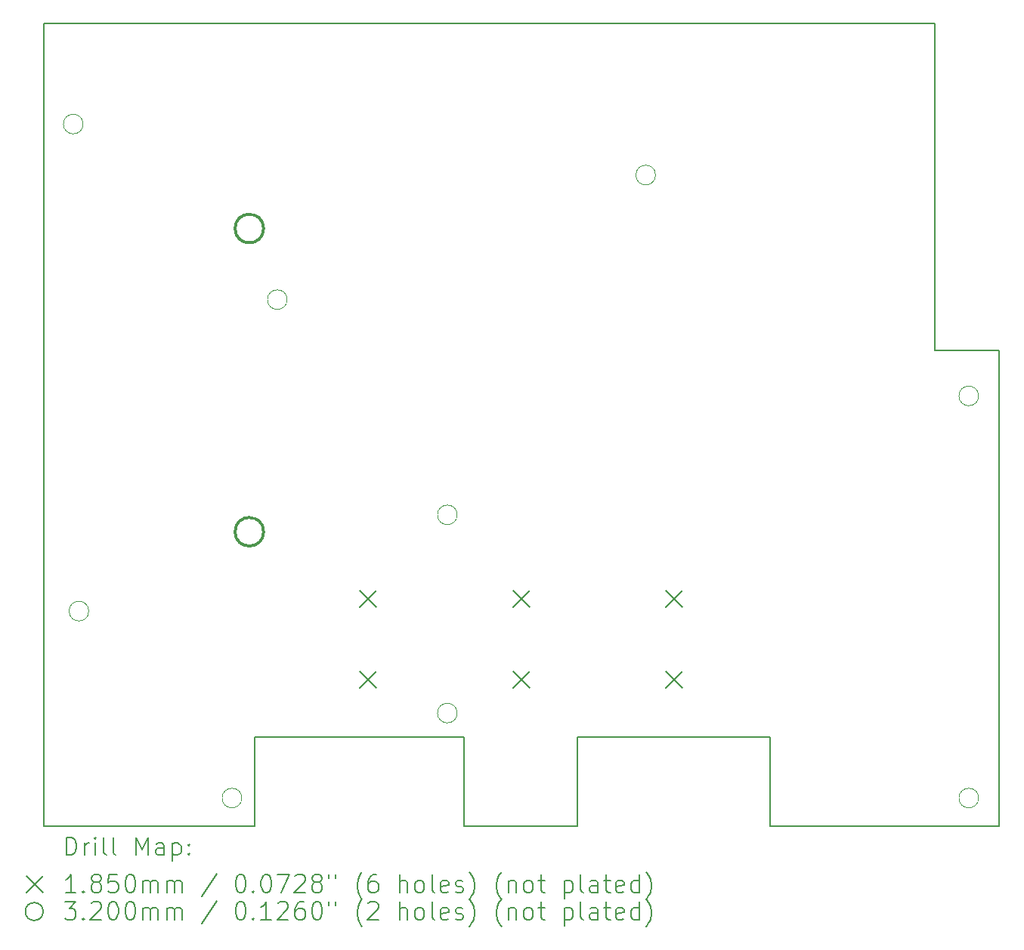
<source format=gbr>
%TF.GenerationSoftware,KiCad,Pcbnew,7.0.9*%
%TF.CreationDate,2023-12-25T18:18:00+01:00*%
%TF.ProjectId,wall-mounted-room-temperature-sensor-wifi,77616c6c-2d6d-46f7-956e-7465642d726f,v1.0*%
%TF.SameCoordinates,Original*%
%TF.FileFunction,Drillmap*%
%TF.FilePolarity,Positive*%
%FSLAX45Y45*%
G04 Gerber Fmt 4.5, Leading zero omitted, Abs format (unit mm)*
G04 Created by KiCad (PCBNEW 7.0.9) date 2023-12-25 18:18:00*
%MOMM*%
%LPD*%
G01*
G04 APERTURE LIST*
%ADD10C,0.200000*%
%ADD11C,0.050000*%
%ADD12C,0.185000*%
%ADD13C,0.320000*%
G04 APERTURE END LIST*
D10*
X6159500Y-14872000D02*
X8509000Y-14872000D01*
X3800000Y-6872000D02*
X3800000Y-15875000D01*
X3800000Y-6872000D02*
X13779500Y-6872000D01*
X9779000Y-15875000D02*
X8509000Y-15875000D01*
X9779000Y-15875000D02*
X9779000Y-14872000D01*
X9779000Y-14872000D02*
X11938000Y-14872000D01*
X14500000Y-15875000D02*
X14500000Y-14872000D01*
X14500000Y-15875000D02*
X11938000Y-15875000D01*
X11938000Y-15875000D02*
X11938000Y-14872000D01*
X6159500Y-15875000D02*
X6159500Y-14872000D01*
D11*
X6015500Y-15557500D02*
G75*
G03*
X6015500Y-15557500I-110000J0D01*
G01*
X8428500Y-12382500D02*
G75*
G03*
X8428500Y-12382500I-110000J0D01*
G01*
X4301000Y-13462000D02*
G75*
G03*
X4301000Y-13462000I-110000J0D01*
G01*
X6523500Y-9969500D02*
G75*
G03*
X6523500Y-9969500I-110000J0D01*
G01*
X10651000Y-8572500D02*
G75*
G03*
X10651000Y-8572500I-110000J0D01*
G01*
X4237500Y-8001000D02*
G75*
G03*
X4237500Y-8001000I-110000J0D01*
G01*
X14270500Y-15557500D02*
G75*
G03*
X14270500Y-15557500I-110000J0D01*
G01*
X14270500Y-11049000D02*
G75*
G03*
X14270500Y-11049000I-110000J0D01*
G01*
X8428500Y-14605000D02*
G75*
G03*
X8428500Y-14605000I-110000J0D01*
G01*
D10*
X3800000Y-15875000D02*
X6159500Y-15875000D01*
X13779500Y-10541000D02*
X13779500Y-6872000D01*
X8509000Y-15875000D02*
X8509000Y-14872000D01*
X14500000Y-10541000D02*
X13779500Y-10541000D01*
X14500000Y-10541000D02*
X14500000Y-14872000D01*
D12*
X7337000Y-13234500D02*
X7522000Y-13419500D01*
X7522000Y-13234500D02*
X7337000Y-13419500D01*
X7337000Y-14139500D02*
X7522000Y-14324500D01*
X7522000Y-14139500D02*
X7337000Y-14324500D01*
X9057500Y-13234500D02*
X9242500Y-13419500D01*
X9242500Y-13234500D02*
X9057500Y-13419500D01*
X9057500Y-14139500D02*
X9242500Y-14324500D01*
X9242500Y-14139500D02*
X9057500Y-14324500D01*
X10766000Y-13234500D02*
X10951000Y-13419500D01*
X10951000Y-13234500D02*
X10766000Y-13419500D01*
X10766000Y-14139500D02*
X10951000Y-14324500D01*
X10951000Y-14139500D02*
X10766000Y-14324500D01*
D13*
X6260000Y-9172000D02*
G75*
G03*
X6260000Y-9172000I-160000J0D01*
G01*
X6260000Y-12572000D02*
G75*
G03*
X6260000Y-12572000I-160000J0D01*
G01*
D10*
X4050777Y-16196484D02*
X4050777Y-15996484D01*
X4050777Y-15996484D02*
X4098396Y-15996484D01*
X4098396Y-15996484D02*
X4126967Y-16006008D01*
X4126967Y-16006008D02*
X4146015Y-16025055D01*
X4146015Y-16025055D02*
X4155539Y-16044103D01*
X4155539Y-16044103D02*
X4165062Y-16082198D01*
X4165062Y-16082198D02*
X4165062Y-16110769D01*
X4165062Y-16110769D02*
X4155539Y-16148865D01*
X4155539Y-16148865D02*
X4146015Y-16167912D01*
X4146015Y-16167912D02*
X4126967Y-16186960D01*
X4126967Y-16186960D02*
X4098396Y-16196484D01*
X4098396Y-16196484D02*
X4050777Y-16196484D01*
X4250777Y-16196484D02*
X4250777Y-16063150D01*
X4250777Y-16101246D02*
X4260301Y-16082198D01*
X4260301Y-16082198D02*
X4269824Y-16072674D01*
X4269824Y-16072674D02*
X4288872Y-16063150D01*
X4288872Y-16063150D02*
X4307920Y-16063150D01*
X4374586Y-16196484D02*
X4374586Y-16063150D01*
X4374586Y-15996484D02*
X4365063Y-16006008D01*
X4365063Y-16006008D02*
X4374586Y-16015531D01*
X4374586Y-16015531D02*
X4384110Y-16006008D01*
X4384110Y-16006008D02*
X4374586Y-15996484D01*
X4374586Y-15996484D02*
X4374586Y-16015531D01*
X4498396Y-16196484D02*
X4479348Y-16186960D01*
X4479348Y-16186960D02*
X4469824Y-16167912D01*
X4469824Y-16167912D02*
X4469824Y-15996484D01*
X4603158Y-16196484D02*
X4584110Y-16186960D01*
X4584110Y-16186960D02*
X4574586Y-16167912D01*
X4574586Y-16167912D02*
X4574586Y-15996484D01*
X4831729Y-16196484D02*
X4831729Y-15996484D01*
X4831729Y-15996484D02*
X4898396Y-16139341D01*
X4898396Y-16139341D02*
X4965063Y-15996484D01*
X4965063Y-15996484D02*
X4965063Y-16196484D01*
X5146015Y-16196484D02*
X5146015Y-16091722D01*
X5146015Y-16091722D02*
X5136491Y-16072674D01*
X5136491Y-16072674D02*
X5117444Y-16063150D01*
X5117444Y-16063150D02*
X5079348Y-16063150D01*
X5079348Y-16063150D02*
X5060301Y-16072674D01*
X5146015Y-16186960D02*
X5126967Y-16196484D01*
X5126967Y-16196484D02*
X5079348Y-16196484D01*
X5079348Y-16196484D02*
X5060301Y-16186960D01*
X5060301Y-16186960D02*
X5050777Y-16167912D01*
X5050777Y-16167912D02*
X5050777Y-16148865D01*
X5050777Y-16148865D02*
X5060301Y-16129817D01*
X5060301Y-16129817D02*
X5079348Y-16120293D01*
X5079348Y-16120293D02*
X5126967Y-16120293D01*
X5126967Y-16120293D02*
X5146015Y-16110769D01*
X5241253Y-16063150D02*
X5241253Y-16263150D01*
X5241253Y-16072674D02*
X5260301Y-16063150D01*
X5260301Y-16063150D02*
X5298396Y-16063150D01*
X5298396Y-16063150D02*
X5317444Y-16072674D01*
X5317444Y-16072674D02*
X5326967Y-16082198D01*
X5326967Y-16082198D02*
X5336491Y-16101246D01*
X5336491Y-16101246D02*
X5336491Y-16158388D01*
X5336491Y-16158388D02*
X5326967Y-16177436D01*
X5326967Y-16177436D02*
X5317444Y-16186960D01*
X5317444Y-16186960D02*
X5298396Y-16196484D01*
X5298396Y-16196484D02*
X5260301Y-16196484D01*
X5260301Y-16196484D02*
X5241253Y-16186960D01*
X5422205Y-16177436D02*
X5431729Y-16186960D01*
X5431729Y-16186960D02*
X5422205Y-16196484D01*
X5422205Y-16196484D02*
X5412682Y-16186960D01*
X5412682Y-16186960D02*
X5422205Y-16177436D01*
X5422205Y-16177436D02*
X5422205Y-16196484D01*
X5422205Y-16072674D02*
X5431729Y-16082198D01*
X5431729Y-16082198D02*
X5422205Y-16091722D01*
X5422205Y-16091722D02*
X5412682Y-16082198D01*
X5412682Y-16082198D02*
X5422205Y-16072674D01*
X5422205Y-16072674D02*
X5422205Y-16091722D01*
D12*
X3605000Y-16432500D02*
X3790000Y-16617500D01*
X3790000Y-16432500D02*
X3605000Y-16617500D01*
D10*
X4155539Y-16616484D02*
X4041253Y-16616484D01*
X4098396Y-16616484D02*
X4098396Y-16416484D01*
X4098396Y-16416484D02*
X4079348Y-16445055D01*
X4079348Y-16445055D02*
X4060301Y-16464103D01*
X4060301Y-16464103D02*
X4041253Y-16473627D01*
X4241253Y-16597436D02*
X4250777Y-16606960D01*
X4250777Y-16606960D02*
X4241253Y-16616484D01*
X4241253Y-16616484D02*
X4231729Y-16606960D01*
X4231729Y-16606960D02*
X4241253Y-16597436D01*
X4241253Y-16597436D02*
X4241253Y-16616484D01*
X4365063Y-16502198D02*
X4346015Y-16492674D01*
X4346015Y-16492674D02*
X4336491Y-16483150D01*
X4336491Y-16483150D02*
X4326967Y-16464103D01*
X4326967Y-16464103D02*
X4326967Y-16454579D01*
X4326967Y-16454579D02*
X4336491Y-16435531D01*
X4336491Y-16435531D02*
X4346015Y-16426008D01*
X4346015Y-16426008D02*
X4365063Y-16416484D01*
X4365063Y-16416484D02*
X4403158Y-16416484D01*
X4403158Y-16416484D02*
X4422205Y-16426008D01*
X4422205Y-16426008D02*
X4431729Y-16435531D01*
X4431729Y-16435531D02*
X4441253Y-16454579D01*
X4441253Y-16454579D02*
X4441253Y-16464103D01*
X4441253Y-16464103D02*
X4431729Y-16483150D01*
X4431729Y-16483150D02*
X4422205Y-16492674D01*
X4422205Y-16492674D02*
X4403158Y-16502198D01*
X4403158Y-16502198D02*
X4365063Y-16502198D01*
X4365063Y-16502198D02*
X4346015Y-16511722D01*
X4346015Y-16511722D02*
X4336491Y-16521246D01*
X4336491Y-16521246D02*
X4326967Y-16540293D01*
X4326967Y-16540293D02*
X4326967Y-16578388D01*
X4326967Y-16578388D02*
X4336491Y-16597436D01*
X4336491Y-16597436D02*
X4346015Y-16606960D01*
X4346015Y-16606960D02*
X4365063Y-16616484D01*
X4365063Y-16616484D02*
X4403158Y-16616484D01*
X4403158Y-16616484D02*
X4422205Y-16606960D01*
X4422205Y-16606960D02*
X4431729Y-16597436D01*
X4431729Y-16597436D02*
X4441253Y-16578388D01*
X4441253Y-16578388D02*
X4441253Y-16540293D01*
X4441253Y-16540293D02*
X4431729Y-16521246D01*
X4431729Y-16521246D02*
X4422205Y-16511722D01*
X4422205Y-16511722D02*
X4403158Y-16502198D01*
X4622205Y-16416484D02*
X4526967Y-16416484D01*
X4526967Y-16416484D02*
X4517444Y-16511722D01*
X4517444Y-16511722D02*
X4526967Y-16502198D01*
X4526967Y-16502198D02*
X4546015Y-16492674D01*
X4546015Y-16492674D02*
X4593634Y-16492674D01*
X4593634Y-16492674D02*
X4612682Y-16502198D01*
X4612682Y-16502198D02*
X4622205Y-16511722D01*
X4622205Y-16511722D02*
X4631729Y-16530769D01*
X4631729Y-16530769D02*
X4631729Y-16578388D01*
X4631729Y-16578388D02*
X4622205Y-16597436D01*
X4622205Y-16597436D02*
X4612682Y-16606960D01*
X4612682Y-16606960D02*
X4593634Y-16616484D01*
X4593634Y-16616484D02*
X4546015Y-16616484D01*
X4546015Y-16616484D02*
X4526967Y-16606960D01*
X4526967Y-16606960D02*
X4517444Y-16597436D01*
X4755539Y-16416484D02*
X4774586Y-16416484D01*
X4774586Y-16416484D02*
X4793634Y-16426008D01*
X4793634Y-16426008D02*
X4803158Y-16435531D01*
X4803158Y-16435531D02*
X4812682Y-16454579D01*
X4812682Y-16454579D02*
X4822205Y-16492674D01*
X4822205Y-16492674D02*
X4822205Y-16540293D01*
X4822205Y-16540293D02*
X4812682Y-16578388D01*
X4812682Y-16578388D02*
X4803158Y-16597436D01*
X4803158Y-16597436D02*
X4793634Y-16606960D01*
X4793634Y-16606960D02*
X4774586Y-16616484D01*
X4774586Y-16616484D02*
X4755539Y-16616484D01*
X4755539Y-16616484D02*
X4736491Y-16606960D01*
X4736491Y-16606960D02*
X4726967Y-16597436D01*
X4726967Y-16597436D02*
X4717444Y-16578388D01*
X4717444Y-16578388D02*
X4707920Y-16540293D01*
X4707920Y-16540293D02*
X4707920Y-16492674D01*
X4707920Y-16492674D02*
X4717444Y-16454579D01*
X4717444Y-16454579D02*
X4726967Y-16435531D01*
X4726967Y-16435531D02*
X4736491Y-16426008D01*
X4736491Y-16426008D02*
X4755539Y-16416484D01*
X4907920Y-16616484D02*
X4907920Y-16483150D01*
X4907920Y-16502198D02*
X4917444Y-16492674D01*
X4917444Y-16492674D02*
X4936491Y-16483150D01*
X4936491Y-16483150D02*
X4965063Y-16483150D01*
X4965063Y-16483150D02*
X4984110Y-16492674D01*
X4984110Y-16492674D02*
X4993634Y-16511722D01*
X4993634Y-16511722D02*
X4993634Y-16616484D01*
X4993634Y-16511722D02*
X5003158Y-16492674D01*
X5003158Y-16492674D02*
X5022205Y-16483150D01*
X5022205Y-16483150D02*
X5050777Y-16483150D01*
X5050777Y-16483150D02*
X5069825Y-16492674D01*
X5069825Y-16492674D02*
X5079348Y-16511722D01*
X5079348Y-16511722D02*
X5079348Y-16616484D01*
X5174586Y-16616484D02*
X5174586Y-16483150D01*
X5174586Y-16502198D02*
X5184110Y-16492674D01*
X5184110Y-16492674D02*
X5203158Y-16483150D01*
X5203158Y-16483150D02*
X5231729Y-16483150D01*
X5231729Y-16483150D02*
X5250777Y-16492674D01*
X5250777Y-16492674D02*
X5260301Y-16511722D01*
X5260301Y-16511722D02*
X5260301Y-16616484D01*
X5260301Y-16511722D02*
X5269825Y-16492674D01*
X5269825Y-16492674D02*
X5288872Y-16483150D01*
X5288872Y-16483150D02*
X5317444Y-16483150D01*
X5317444Y-16483150D02*
X5336491Y-16492674D01*
X5336491Y-16492674D02*
X5346015Y-16511722D01*
X5346015Y-16511722D02*
X5346015Y-16616484D01*
X5736491Y-16406960D02*
X5565063Y-16664103D01*
X5993634Y-16416484D02*
X6012682Y-16416484D01*
X6012682Y-16416484D02*
X6031729Y-16426008D01*
X6031729Y-16426008D02*
X6041253Y-16435531D01*
X6041253Y-16435531D02*
X6050777Y-16454579D01*
X6050777Y-16454579D02*
X6060301Y-16492674D01*
X6060301Y-16492674D02*
X6060301Y-16540293D01*
X6060301Y-16540293D02*
X6050777Y-16578388D01*
X6050777Y-16578388D02*
X6041253Y-16597436D01*
X6041253Y-16597436D02*
X6031729Y-16606960D01*
X6031729Y-16606960D02*
X6012682Y-16616484D01*
X6012682Y-16616484D02*
X5993634Y-16616484D01*
X5993634Y-16616484D02*
X5974586Y-16606960D01*
X5974586Y-16606960D02*
X5965063Y-16597436D01*
X5965063Y-16597436D02*
X5955539Y-16578388D01*
X5955539Y-16578388D02*
X5946015Y-16540293D01*
X5946015Y-16540293D02*
X5946015Y-16492674D01*
X5946015Y-16492674D02*
X5955539Y-16454579D01*
X5955539Y-16454579D02*
X5965063Y-16435531D01*
X5965063Y-16435531D02*
X5974586Y-16426008D01*
X5974586Y-16426008D02*
X5993634Y-16416484D01*
X6146015Y-16597436D02*
X6155539Y-16606960D01*
X6155539Y-16606960D02*
X6146015Y-16616484D01*
X6146015Y-16616484D02*
X6136491Y-16606960D01*
X6136491Y-16606960D02*
X6146015Y-16597436D01*
X6146015Y-16597436D02*
X6146015Y-16616484D01*
X6279348Y-16416484D02*
X6298396Y-16416484D01*
X6298396Y-16416484D02*
X6317444Y-16426008D01*
X6317444Y-16426008D02*
X6326967Y-16435531D01*
X6326967Y-16435531D02*
X6336491Y-16454579D01*
X6336491Y-16454579D02*
X6346015Y-16492674D01*
X6346015Y-16492674D02*
X6346015Y-16540293D01*
X6346015Y-16540293D02*
X6336491Y-16578388D01*
X6336491Y-16578388D02*
X6326967Y-16597436D01*
X6326967Y-16597436D02*
X6317444Y-16606960D01*
X6317444Y-16606960D02*
X6298396Y-16616484D01*
X6298396Y-16616484D02*
X6279348Y-16616484D01*
X6279348Y-16616484D02*
X6260301Y-16606960D01*
X6260301Y-16606960D02*
X6250777Y-16597436D01*
X6250777Y-16597436D02*
X6241253Y-16578388D01*
X6241253Y-16578388D02*
X6231729Y-16540293D01*
X6231729Y-16540293D02*
X6231729Y-16492674D01*
X6231729Y-16492674D02*
X6241253Y-16454579D01*
X6241253Y-16454579D02*
X6250777Y-16435531D01*
X6250777Y-16435531D02*
X6260301Y-16426008D01*
X6260301Y-16426008D02*
X6279348Y-16416484D01*
X6412682Y-16416484D02*
X6546015Y-16416484D01*
X6546015Y-16416484D02*
X6460301Y-16616484D01*
X6612682Y-16435531D02*
X6622206Y-16426008D01*
X6622206Y-16426008D02*
X6641253Y-16416484D01*
X6641253Y-16416484D02*
X6688872Y-16416484D01*
X6688872Y-16416484D02*
X6707920Y-16426008D01*
X6707920Y-16426008D02*
X6717444Y-16435531D01*
X6717444Y-16435531D02*
X6726967Y-16454579D01*
X6726967Y-16454579D02*
X6726967Y-16473627D01*
X6726967Y-16473627D02*
X6717444Y-16502198D01*
X6717444Y-16502198D02*
X6603158Y-16616484D01*
X6603158Y-16616484D02*
X6726967Y-16616484D01*
X6841253Y-16502198D02*
X6822206Y-16492674D01*
X6822206Y-16492674D02*
X6812682Y-16483150D01*
X6812682Y-16483150D02*
X6803158Y-16464103D01*
X6803158Y-16464103D02*
X6803158Y-16454579D01*
X6803158Y-16454579D02*
X6812682Y-16435531D01*
X6812682Y-16435531D02*
X6822206Y-16426008D01*
X6822206Y-16426008D02*
X6841253Y-16416484D01*
X6841253Y-16416484D02*
X6879348Y-16416484D01*
X6879348Y-16416484D02*
X6898396Y-16426008D01*
X6898396Y-16426008D02*
X6907920Y-16435531D01*
X6907920Y-16435531D02*
X6917444Y-16454579D01*
X6917444Y-16454579D02*
X6917444Y-16464103D01*
X6917444Y-16464103D02*
X6907920Y-16483150D01*
X6907920Y-16483150D02*
X6898396Y-16492674D01*
X6898396Y-16492674D02*
X6879348Y-16502198D01*
X6879348Y-16502198D02*
X6841253Y-16502198D01*
X6841253Y-16502198D02*
X6822206Y-16511722D01*
X6822206Y-16511722D02*
X6812682Y-16521246D01*
X6812682Y-16521246D02*
X6803158Y-16540293D01*
X6803158Y-16540293D02*
X6803158Y-16578388D01*
X6803158Y-16578388D02*
X6812682Y-16597436D01*
X6812682Y-16597436D02*
X6822206Y-16606960D01*
X6822206Y-16606960D02*
X6841253Y-16616484D01*
X6841253Y-16616484D02*
X6879348Y-16616484D01*
X6879348Y-16616484D02*
X6898396Y-16606960D01*
X6898396Y-16606960D02*
X6907920Y-16597436D01*
X6907920Y-16597436D02*
X6917444Y-16578388D01*
X6917444Y-16578388D02*
X6917444Y-16540293D01*
X6917444Y-16540293D02*
X6907920Y-16521246D01*
X6907920Y-16521246D02*
X6898396Y-16511722D01*
X6898396Y-16511722D02*
X6879348Y-16502198D01*
X6993634Y-16416484D02*
X6993634Y-16454579D01*
X7069825Y-16416484D02*
X7069825Y-16454579D01*
X7365063Y-16692674D02*
X7355539Y-16683150D01*
X7355539Y-16683150D02*
X7336491Y-16654579D01*
X7336491Y-16654579D02*
X7326968Y-16635531D01*
X7326968Y-16635531D02*
X7317444Y-16606960D01*
X7317444Y-16606960D02*
X7307920Y-16559341D01*
X7307920Y-16559341D02*
X7307920Y-16521246D01*
X7307920Y-16521246D02*
X7317444Y-16473627D01*
X7317444Y-16473627D02*
X7326968Y-16445055D01*
X7326968Y-16445055D02*
X7336491Y-16426008D01*
X7336491Y-16426008D02*
X7355539Y-16397436D01*
X7355539Y-16397436D02*
X7365063Y-16387912D01*
X7526968Y-16416484D02*
X7488872Y-16416484D01*
X7488872Y-16416484D02*
X7469825Y-16426008D01*
X7469825Y-16426008D02*
X7460301Y-16435531D01*
X7460301Y-16435531D02*
X7441253Y-16464103D01*
X7441253Y-16464103D02*
X7431729Y-16502198D01*
X7431729Y-16502198D02*
X7431729Y-16578388D01*
X7431729Y-16578388D02*
X7441253Y-16597436D01*
X7441253Y-16597436D02*
X7450777Y-16606960D01*
X7450777Y-16606960D02*
X7469825Y-16616484D01*
X7469825Y-16616484D02*
X7507920Y-16616484D01*
X7507920Y-16616484D02*
X7526968Y-16606960D01*
X7526968Y-16606960D02*
X7536491Y-16597436D01*
X7536491Y-16597436D02*
X7546015Y-16578388D01*
X7546015Y-16578388D02*
X7546015Y-16530769D01*
X7546015Y-16530769D02*
X7536491Y-16511722D01*
X7536491Y-16511722D02*
X7526968Y-16502198D01*
X7526968Y-16502198D02*
X7507920Y-16492674D01*
X7507920Y-16492674D02*
X7469825Y-16492674D01*
X7469825Y-16492674D02*
X7450777Y-16502198D01*
X7450777Y-16502198D02*
X7441253Y-16511722D01*
X7441253Y-16511722D02*
X7431729Y-16530769D01*
X7784110Y-16616484D02*
X7784110Y-16416484D01*
X7869825Y-16616484D02*
X7869825Y-16511722D01*
X7869825Y-16511722D02*
X7860301Y-16492674D01*
X7860301Y-16492674D02*
X7841253Y-16483150D01*
X7841253Y-16483150D02*
X7812682Y-16483150D01*
X7812682Y-16483150D02*
X7793634Y-16492674D01*
X7793634Y-16492674D02*
X7784110Y-16502198D01*
X7993634Y-16616484D02*
X7974587Y-16606960D01*
X7974587Y-16606960D02*
X7965063Y-16597436D01*
X7965063Y-16597436D02*
X7955539Y-16578388D01*
X7955539Y-16578388D02*
X7955539Y-16521246D01*
X7955539Y-16521246D02*
X7965063Y-16502198D01*
X7965063Y-16502198D02*
X7974587Y-16492674D01*
X7974587Y-16492674D02*
X7993634Y-16483150D01*
X7993634Y-16483150D02*
X8022206Y-16483150D01*
X8022206Y-16483150D02*
X8041253Y-16492674D01*
X8041253Y-16492674D02*
X8050777Y-16502198D01*
X8050777Y-16502198D02*
X8060301Y-16521246D01*
X8060301Y-16521246D02*
X8060301Y-16578388D01*
X8060301Y-16578388D02*
X8050777Y-16597436D01*
X8050777Y-16597436D02*
X8041253Y-16606960D01*
X8041253Y-16606960D02*
X8022206Y-16616484D01*
X8022206Y-16616484D02*
X7993634Y-16616484D01*
X8174587Y-16616484D02*
X8155539Y-16606960D01*
X8155539Y-16606960D02*
X8146015Y-16587912D01*
X8146015Y-16587912D02*
X8146015Y-16416484D01*
X8326968Y-16606960D02*
X8307920Y-16616484D01*
X8307920Y-16616484D02*
X8269825Y-16616484D01*
X8269825Y-16616484D02*
X8250777Y-16606960D01*
X8250777Y-16606960D02*
X8241253Y-16587912D01*
X8241253Y-16587912D02*
X8241253Y-16511722D01*
X8241253Y-16511722D02*
X8250777Y-16492674D01*
X8250777Y-16492674D02*
X8269825Y-16483150D01*
X8269825Y-16483150D02*
X8307920Y-16483150D01*
X8307920Y-16483150D02*
X8326968Y-16492674D01*
X8326968Y-16492674D02*
X8336491Y-16511722D01*
X8336491Y-16511722D02*
X8336491Y-16530769D01*
X8336491Y-16530769D02*
X8241253Y-16549817D01*
X8412682Y-16606960D02*
X8431730Y-16616484D01*
X8431730Y-16616484D02*
X8469825Y-16616484D01*
X8469825Y-16616484D02*
X8488873Y-16606960D01*
X8488873Y-16606960D02*
X8498396Y-16587912D01*
X8498396Y-16587912D02*
X8498396Y-16578388D01*
X8498396Y-16578388D02*
X8488873Y-16559341D01*
X8488873Y-16559341D02*
X8469825Y-16549817D01*
X8469825Y-16549817D02*
X8441253Y-16549817D01*
X8441253Y-16549817D02*
X8422206Y-16540293D01*
X8422206Y-16540293D02*
X8412682Y-16521246D01*
X8412682Y-16521246D02*
X8412682Y-16511722D01*
X8412682Y-16511722D02*
X8422206Y-16492674D01*
X8422206Y-16492674D02*
X8441253Y-16483150D01*
X8441253Y-16483150D02*
X8469825Y-16483150D01*
X8469825Y-16483150D02*
X8488873Y-16492674D01*
X8565063Y-16692674D02*
X8574587Y-16683150D01*
X8574587Y-16683150D02*
X8593634Y-16654579D01*
X8593634Y-16654579D02*
X8603158Y-16635531D01*
X8603158Y-16635531D02*
X8612682Y-16606960D01*
X8612682Y-16606960D02*
X8622206Y-16559341D01*
X8622206Y-16559341D02*
X8622206Y-16521246D01*
X8622206Y-16521246D02*
X8612682Y-16473627D01*
X8612682Y-16473627D02*
X8603158Y-16445055D01*
X8603158Y-16445055D02*
X8593634Y-16426008D01*
X8593634Y-16426008D02*
X8574587Y-16397436D01*
X8574587Y-16397436D02*
X8565063Y-16387912D01*
X8926968Y-16692674D02*
X8917444Y-16683150D01*
X8917444Y-16683150D02*
X8898396Y-16654579D01*
X8898396Y-16654579D02*
X8888873Y-16635531D01*
X8888873Y-16635531D02*
X8879349Y-16606960D01*
X8879349Y-16606960D02*
X8869825Y-16559341D01*
X8869825Y-16559341D02*
X8869825Y-16521246D01*
X8869825Y-16521246D02*
X8879349Y-16473627D01*
X8879349Y-16473627D02*
X8888873Y-16445055D01*
X8888873Y-16445055D02*
X8898396Y-16426008D01*
X8898396Y-16426008D02*
X8917444Y-16397436D01*
X8917444Y-16397436D02*
X8926968Y-16387912D01*
X9003158Y-16483150D02*
X9003158Y-16616484D01*
X9003158Y-16502198D02*
X9012682Y-16492674D01*
X9012682Y-16492674D02*
X9031730Y-16483150D01*
X9031730Y-16483150D02*
X9060301Y-16483150D01*
X9060301Y-16483150D02*
X9079349Y-16492674D01*
X9079349Y-16492674D02*
X9088873Y-16511722D01*
X9088873Y-16511722D02*
X9088873Y-16616484D01*
X9212682Y-16616484D02*
X9193634Y-16606960D01*
X9193634Y-16606960D02*
X9184111Y-16597436D01*
X9184111Y-16597436D02*
X9174587Y-16578388D01*
X9174587Y-16578388D02*
X9174587Y-16521246D01*
X9174587Y-16521246D02*
X9184111Y-16502198D01*
X9184111Y-16502198D02*
X9193634Y-16492674D01*
X9193634Y-16492674D02*
X9212682Y-16483150D01*
X9212682Y-16483150D02*
X9241254Y-16483150D01*
X9241254Y-16483150D02*
X9260301Y-16492674D01*
X9260301Y-16492674D02*
X9269825Y-16502198D01*
X9269825Y-16502198D02*
X9279349Y-16521246D01*
X9279349Y-16521246D02*
X9279349Y-16578388D01*
X9279349Y-16578388D02*
X9269825Y-16597436D01*
X9269825Y-16597436D02*
X9260301Y-16606960D01*
X9260301Y-16606960D02*
X9241254Y-16616484D01*
X9241254Y-16616484D02*
X9212682Y-16616484D01*
X9336492Y-16483150D02*
X9412682Y-16483150D01*
X9365063Y-16416484D02*
X9365063Y-16587912D01*
X9365063Y-16587912D02*
X9374587Y-16606960D01*
X9374587Y-16606960D02*
X9393634Y-16616484D01*
X9393634Y-16616484D02*
X9412682Y-16616484D01*
X9631730Y-16483150D02*
X9631730Y-16683150D01*
X9631730Y-16492674D02*
X9650777Y-16483150D01*
X9650777Y-16483150D02*
X9688873Y-16483150D01*
X9688873Y-16483150D02*
X9707920Y-16492674D01*
X9707920Y-16492674D02*
X9717444Y-16502198D01*
X9717444Y-16502198D02*
X9726968Y-16521246D01*
X9726968Y-16521246D02*
X9726968Y-16578388D01*
X9726968Y-16578388D02*
X9717444Y-16597436D01*
X9717444Y-16597436D02*
X9707920Y-16606960D01*
X9707920Y-16606960D02*
X9688873Y-16616484D01*
X9688873Y-16616484D02*
X9650777Y-16616484D01*
X9650777Y-16616484D02*
X9631730Y-16606960D01*
X9841254Y-16616484D02*
X9822206Y-16606960D01*
X9822206Y-16606960D02*
X9812682Y-16587912D01*
X9812682Y-16587912D02*
X9812682Y-16416484D01*
X10003158Y-16616484D02*
X10003158Y-16511722D01*
X10003158Y-16511722D02*
X9993635Y-16492674D01*
X9993635Y-16492674D02*
X9974587Y-16483150D01*
X9974587Y-16483150D02*
X9936492Y-16483150D01*
X9936492Y-16483150D02*
X9917444Y-16492674D01*
X10003158Y-16606960D02*
X9984111Y-16616484D01*
X9984111Y-16616484D02*
X9936492Y-16616484D01*
X9936492Y-16616484D02*
X9917444Y-16606960D01*
X9917444Y-16606960D02*
X9907920Y-16587912D01*
X9907920Y-16587912D02*
X9907920Y-16568865D01*
X9907920Y-16568865D02*
X9917444Y-16549817D01*
X9917444Y-16549817D02*
X9936492Y-16540293D01*
X9936492Y-16540293D02*
X9984111Y-16540293D01*
X9984111Y-16540293D02*
X10003158Y-16530769D01*
X10069825Y-16483150D02*
X10146015Y-16483150D01*
X10098396Y-16416484D02*
X10098396Y-16587912D01*
X10098396Y-16587912D02*
X10107920Y-16606960D01*
X10107920Y-16606960D02*
X10126968Y-16616484D01*
X10126968Y-16616484D02*
X10146015Y-16616484D01*
X10288873Y-16606960D02*
X10269825Y-16616484D01*
X10269825Y-16616484D02*
X10231730Y-16616484D01*
X10231730Y-16616484D02*
X10212682Y-16606960D01*
X10212682Y-16606960D02*
X10203158Y-16587912D01*
X10203158Y-16587912D02*
X10203158Y-16511722D01*
X10203158Y-16511722D02*
X10212682Y-16492674D01*
X10212682Y-16492674D02*
X10231730Y-16483150D01*
X10231730Y-16483150D02*
X10269825Y-16483150D01*
X10269825Y-16483150D02*
X10288873Y-16492674D01*
X10288873Y-16492674D02*
X10298396Y-16511722D01*
X10298396Y-16511722D02*
X10298396Y-16530769D01*
X10298396Y-16530769D02*
X10203158Y-16549817D01*
X10469825Y-16616484D02*
X10469825Y-16416484D01*
X10469825Y-16606960D02*
X10450777Y-16616484D01*
X10450777Y-16616484D02*
X10412682Y-16616484D01*
X10412682Y-16616484D02*
X10393635Y-16606960D01*
X10393635Y-16606960D02*
X10384111Y-16597436D01*
X10384111Y-16597436D02*
X10374587Y-16578388D01*
X10374587Y-16578388D02*
X10374587Y-16521246D01*
X10374587Y-16521246D02*
X10384111Y-16502198D01*
X10384111Y-16502198D02*
X10393635Y-16492674D01*
X10393635Y-16492674D02*
X10412682Y-16483150D01*
X10412682Y-16483150D02*
X10450777Y-16483150D01*
X10450777Y-16483150D02*
X10469825Y-16492674D01*
X10546016Y-16692674D02*
X10555539Y-16683150D01*
X10555539Y-16683150D02*
X10574587Y-16654579D01*
X10574587Y-16654579D02*
X10584111Y-16635531D01*
X10584111Y-16635531D02*
X10593635Y-16606960D01*
X10593635Y-16606960D02*
X10603158Y-16559341D01*
X10603158Y-16559341D02*
X10603158Y-16521246D01*
X10603158Y-16521246D02*
X10593635Y-16473627D01*
X10593635Y-16473627D02*
X10584111Y-16445055D01*
X10584111Y-16445055D02*
X10574587Y-16426008D01*
X10574587Y-16426008D02*
X10555539Y-16397436D01*
X10555539Y-16397436D02*
X10546016Y-16387912D01*
X3790000Y-16830000D02*
G75*
G03*
X3790000Y-16830000I-100000J0D01*
G01*
X4031729Y-16721484D02*
X4155539Y-16721484D01*
X4155539Y-16721484D02*
X4088872Y-16797674D01*
X4088872Y-16797674D02*
X4117443Y-16797674D01*
X4117443Y-16797674D02*
X4136491Y-16807198D01*
X4136491Y-16807198D02*
X4146015Y-16816722D01*
X4146015Y-16816722D02*
X4155539Y-16835770D01*
X4155539Y-16835770D02*
X4155539Y-16883389D01*
X4155539Y-16883389D02*
X4146015Y-16902436D01*
X4146015Y-16902436D02*
X4136491Y-16911960D01*
X4136491Y-16911960D02*
X4117443Y-16921484D01*
X4117443Y-16921484D02*
X4060301Y-16921484D01*
X4060301Y-16921484D02*
X4041253Y-16911960D01*
X4041253Y-16911960D02*
X4031729Y-16902436D01*
X4241253Y-16902436D02*
X4250777Y-16911960D01*
X4250777Y-16911960D02*
X4241253Y-16921484D01*
X4241253Y-16921484D02*
X4231729Y-16911960D01*
X4231729Y-16911960D02*
X4241253Y-16902436D01*
X4241253Y-16902436D02*
X4241253Y-16921484D01*
X4326967Y-16740531D02*
X4336491Y-16731008D01*
X4336491Y-16731008D02*
X4355539Y-16721484D01*
X4355539Y-16721484D02*
X4403158Y-16721484D01*
X4403158Y-16721484D02*
X4422205Y-16731008D01*
X4422205Y-16731008D02*
X4431729Y-16740531D01*
X4431729Y-16740531D02*
X4441253Y-16759579D01*
X4441253Y-16759579D02*
X4441253Y-16778627D01*
X4441253Y-16778627D02*
X4431729Y-16807198D01*
X4431729Y-16807198D02*
X4317444Y-16921484D01*
X4317444Y-16921484D02*
X4441253Y-16921484D01*
X4565063Y-16721484D02*
X4584110Y-16721484D01*
X4584110Y-16721484D02*
X4603158Y-16731008D01*
X4603158Y-16731008D02*
X4612682Y-16740531D01*
X4612682Y-16740531D02*
X4622205Y-16759579D01*
X4622205Y-16759579D02*
X4631729Y-16797674D01*
X4631729Y-16797674D02*
X4631729Y-16845293D01*
X4631729Y-16845293D02*
X4622205Y-16883389D01*
X4622205Y-16883389D02*
X4612682Y-16902436D01*
X4612682Y-16902436D02*
X4603158Y-16911960D01*
X4603158Y-16911960D02*
X4584110Y-16921484D01*
X4584110Y-16921484D02*
X4565063Y-16921484D01*
X4565063Y-16921484D02*
X4546015Y-16911960D01*
X4546015Y-16911960D02*
X4536491Y-16902436D01*
X4536491Y-16902436D02*
X4526967Y-16883389D01*
X4526967Y-16883389D02*
X4517444Y-16845293D01*
X4517444Y-16845293D02*
X4517444Y-16797674D01*
X4517444Y-16797674D02*
X4526967Y-16759579D01*
X4526967Y-16759579D02*
X4536491Y-16740531D01*
X4536491Y-16740531D02*
X4546015Y-16731008D01*
X4546015Y-16731008D02*
X4565063Y-16721484D01*
X4755539Y-16721484D02*
X4774586Y-16721484D01*
X4774586Y-16721484D02*
X4793634Y-16731008D01*
X4793634Y-16731008D02*
X4803158Y-16740531D01*
X4803158Y-16740531D02*
X4812682Y-16759579D01*
X4812682Y-16759579D02*
X4822205Y-16797674D01*
X4822205Y-16797674D02*
X4822205Y-16845293D01*
X4822205Y-16845293D02*
X4812682Y-16883389D01*
X4812682Y-16883389D02*
X4803158Y-16902436D01*
X4803158Y-16902436D02*
X4793634Y-16911960D01*
X4793634Y-16911960D02*
X4774586Y-16921484D01*
X4774586Y-16921484D02*
X4755539Y-16921484D01*
X4755539Y-16921484D02*
X4736491Y-16911960D01*
X4736491Y-16911960D02*
X4726967Y-16902436D01*
X4726967Y-16902436D02*
X4717444Y-16883389D01*
X4717444Y-16883389D02*
X4707920Y-16845293D01*
X4707920Y-16845293D02*
X4707920Y-16797674D01*
X4707920Y-16797674D02*
X4717444Y-16759579D01*
X4717444Y-16759579D02*
X4726967Y-16740531D01*
X4726967Y-16740531D02*
X4736491Y-16731008D01*
X4736491Y-16731008D02*
X4755539Y-16721484D01*
X4907920Y-16921484D02*
X4907920Y-16788150D01*
X4907920Y-16807198D02*
X4917444Y-16797674D01*
X4917444Y-16797674D02*
X4936491Y-16788150D01*
X4936491Y-16788150D02*
X4965063Y-16788150D01*
X4965063Y-16788150D02*
X4984110Y-16797674D01*
X4984110Y-16797674D02*
X4993634Y-16816722D01*
X4993634Y-16816722D02*
X4993634Y-16921484D01*
X4993634Y-16816722D02*
X5003158Y-16797674D01*
X5003158Y-16797674D02*
X5022205Y-16788150D01*
X5022205Y-16788150D02*
X5050777Y-16788150D01*
X5050777Y-16788150D02*
X5069825Y-16797674D01*
X5069825Y-16797674D02*
X5079348Y-16816722D01*
X5079348Y-16816722D02*
X5079348Y-16921484D01*
X5174586Y-16921484D02*
X5174586Y-16788150D01*
X5174586Y-16807198D02*
X5184110Y-16797674D01*
X5184110Y-16797674D02*
X5203158Y-16788150D01*
X5203158Y-16788150D02*
X5231729Y-16788150D01*
X5231729Y-16788150D02*
X5250777Y-16797674D01*
X5250777Y-16797674D02*
X5260301Y-16816722D01*
X5260301Y-16816722D02*
X5260301Y-16921484D01*
X5260301Y-16816722D02*
X5269825Y-16797674D01*
X5269825Y-16797674D02*
X5288872Y-16788150D01*
X5288872Y-16788150D02*
X5317444Y-16788150D01*
X5317444Y-16788150D02*
X5336491Y-16797674D01*
X5336491Y-16797674D02*
X5346015Y-16816722D01*
X5346015Y-16816722D02*
X5346015Y-16921484D01*
X5736491Y-16711960D02*
X5565063Y-16969103D01*
X5993634Y-16721484D02*
X6012682Y-16721484D01*
X6012682Y-16721484D02*
X6031729Y-16731008D01*
X6031729Y-16731008D02*
X6041253Y-16740531D01*
X6041253Y-16740531D02*
X6050777Y-16759579D01*
X6050777Y-16759579D02*
X6060301Y-16797674D01*
X6060301Y-16797674D02*
X6060301Y-16845293D01*
X6060301Y-16845293D02*
X6050777Y-16883389D01*
X6050777Y-16883389D02*
X6041253Y-16902436D01*
X6041253Y-16902436D02*
X6031729Y-16911960D01*
X6031729Y-16911960D02*
X6012682Y-16921484D01*
X6012682Y-16921484D02*
X5993634Y-16921484D01*
X5993634Y-16921484D02*
X5974586Y-16911960D01*
X5974586Y-16911960D02*
X5965063Y-16902436D01*
X5965063Y-16902436D02*
X5955539Y-16883389D01*
X5955539Y-16883389D02*
X5946015Y-16845293D01*
X5946015Y-16845293D02*
X5946015Y-16797674D01*
X5946015Y-16797674D02*
X5955539Y-16759579D01*
X5955539Y-16759579D02*
X5965063Y-16740531D01*
X5965063Y-16740531D02*
X5974586Y-16731008D01*
X5974586Y-16731008D02*
X5993634Y-16721484D01*
X6146015Y-16902436D02*
X6155539Y-16911960D01*
X6155539Y-16911960D02*
X6146015Y-16921484D01*
X6146015Y-16921484D02*
X6136491Y-16911960D01*
X6136491Y-16911960D02*
X6146015Y-16902436D01*
X6146015Y-16902436D02*
X6146015Y-16921484D01*
X6346015Y-16921484D02*
X6231729Y-16921484D01*
X6288872Y-16921484D02*
X6288872Y-16721484D01*
X6288872Y-16721484D02*
X6269825Y-16750055D01*
X6269825Y-16750055D02*
X6250777Y-16769103D01*
X6250777Y-16769103D02*
X6231729Y-16778627D01*
X6422206Y-16740531D02*
X6431729Y-16731008D01*
X6431729Y-16731008D02*
X6450777Y-16721484D01*
X6450777Y-16721484D02*
X6498396Y-16721484D01*
X6498396Y-16721484D02*
X6517444Y-16731008D01*
X6517444Y-16731008D02*
X6526967Y-16740531D01*
X6526967Y-16740531D02*
X6536491Y-16759579D01*
X6536491Y-16759579D02*
X6536491Y-16778627D01*
X6536491Y-16778627D02*
X6526967Y-16807198D01*
X6526967Y-16807198D02*
X6412682Y-16921484D01*
X6412682Y-16921484D02*
X6536491Y-16921484D01*
X6707920Y-16721484D02*
X6669825Y-16721484D01*
X6669825Y-16721484D02*
X6650777Y-16731008D01*
X6650777Y-16731008D02*
X6641253Y-16740531D01*
X6641253Y-16740531D02*
X6622206Y-16769103D01*
X6622206Y-16769103D02*
X6612682Y-16807198D01*
X6612682Y-16807198D02*
X6612682Y-16883389D01*
X6612682Y-16883389D02*
X6622206Y-16902436D01*
X6622206Y-16902436D02*
X6631729Y-16911960D01*
X6631729Y-16911960D02*
X6650777Y-16921484D01*
X6650777Y-16921484D02*
X6688872Y-16921484D01*
X6688872Y-16921484D02*
X6707920Y-16911960D01*
X6707920Y-16911960D02*
X6717444Y-16902436D01*
X6717444Y-16902436D02*
X6726967Y-16883389D01*
X6726967Y-16883389D02*
X6726967Y-16835770D01*
X6726967Y-16835770D02*
X6717444Y-16816722D01*
X6717444Y-16816722D02*
X6707920Y-16807198D01*
X6707920Y-16807198D02*
X6688872Y-16797674D01*
X6688872Y-16797674D02*
X6650777Y-16797674D01*
X6650777Y-16797674D02*
X6631729Y-16807198D01*
X6631729Y-16807198D02*
X6622206Y-16816722D01*
X6622206Y-16816722D02*
X6612682Y-16835770D01*
X6850777Y-16721484D02*
X6869825Y-16721484D01*
X6869825Y-16721484D02*
X6888872Y-16731008D01*
X6888872Y-16731008D02*
X6898396Y-16740531D01*
X6898396Y-16740531D02*
X6907920Y-16759579D01*
X6907920Y-16759579D02*
X6917444Y-16797674D01*
X6917444Y-16797674D02*
X6917444Y-16845293D01*
X6917444Y-16845293D02*
X6907920Y-16883389D01*
X6907920Y-16883389D02*
X6898396Y-16902436D01*
X6898396Y-16902436D02*
X6888872Y-16911960D01*
X6888872Y-16911960D02*
X6869825Y-16921484D01*
X6869825Y-16921484D02*
X6850777Y-16921484D01*
X6850777Y-16921484D02*
X6831729Y-16911960D01*
X6831729Y-16911960D02*
X6822206Y-16902436D01*
X6822206Y-16902436D02*
X6812682Y-16883389D01*
X6812682Y-16883389D02*
X6803158Y-16845293D01*
X6803158Y-16845293D02*
X6803158Y-16797674D01*
X6803158Y-16797674D02*
X6812682Y-16759579D01*
X6812682Y-16759579D02*
X6822206Y-16740531D01*
X6822206Y-16740531D02*
X6831729Y-16731008D01*
X6831729Y-16731008D02*
X6850777Y-16721484D01*
X6993634Y-16721484D02*
X6993634Y-16759579D01*
X7069825Y-16721484D02*
X7069825Y-16759579D01*
X7365063Y-16997674D02*
X7355539Y-16988150D01*
X7355539Y-16988150D02*
X7336491Y-16959579D01*
X7336491Y-16959579D02*
X7326968Y-16940531D01*
X7326968Y-16940531D02*
X7317444Y-16911960D01*
X7317444Y-16911960D02*
X7307920Y-16864341D01*
X7307920Y-16864341D02*
X7307920Y-16826246D01*
X7307920Y-16826246D02*
X7317444Y-16778627D01*
X7317444Y-16778627D02*
X7326968Y-16750055D01*
X7326968Y-16750055D02*
X7336491Y-16731008D01*
X7336491Y-16731008D02*
X7355539Y-16702436D01*
X7355539Y-16702436D02*
X7365063Y-16692912D01*
X7431729Y-16740531D02*
X7441253Y-16731008D01*
X7441253Y-16731008D02*
X7460301Y-16721484D01*
X7460301Y-16721484D02*
X7507920Y-16721484D01*
X7507920Y-16721484D02*
X7526968Y-16731008D01*
X7526968Y-16731008D02*
X7536491Y-16740531D01*
X7536491Y-16740531D02*
X7546015Y-16759579D01*
X7546015Y-16759579D02*
X7546015Y-16778627D01*
X7546015Y-16778627D02*
X7536491Y-16807198D01*
X7536491Y-16807198D02*
X7422206Y-16921484D01*
X7422206Y-16921484D02*
X7546015Y-16921484D01*
X7784110Y-16921484D02*
X7784110Y-16721484D01*
X7869825Y-16921484D02*
X7869825Y-16816722D01*
X7869825Y-16816722D02*
X7860301Y-16797674D01*
X7860301Y-16797674D02*
X7841253Y-16788150D01*
X7841253Y-16788150D02*
X7812682Y-16788150D01*
X7812682Y-16788150D02*
X7793634Y-16797674D01*
X7793634Y-16797674D02*
X7784110Y-16807198D01*
X7993634Y-16921484D02*
X7974587Y-16911960D01*
X7974587Y-16911960D02*
X7965063Y-16902436D01*
X7965063Y-16902436D02*
X7955539Y-16883389D01*
X7955539Y-16883389D02*
X7955539Y-16826246D01*
X7955539Y-16826246D02*
X7965063Y-16807198D01*
X7965063Y-16807198D02*
X7974587Y-16797674D01*
X7974587Y-16797674D02*
X7993634Y-16788150D01*
X7993634Y-16788150D02*
X8022206Y-16788150D01*
X8022206Y-16788150D02*
X8041253Y-16797674D01*
X8041253Y-16797674D02*
X8050777Y-16807198D01*
X8050777Y-16807198D02*
X8060301Y-16826246D01*
X8060301Y-16826246D02*
X8060301Y-16883389D01*
X8060301Y-16883389D02*
X8050777Y-16902436D01*
X8050777Y-16902436D02*
X8041253Y-16911960D01*
X8041253Y-16911960D02*
X8022206Y-16921484D01*
X8022206Y-16921484D02*
X7993634Y-16921484D01*
X8174587Y-16921484D02*
X8155539Y-16911960D01*
X8155539Y-16911960D02*
X8146015Y-16892912D01*
X8146015Y-16892912D02*
X8146015Y-16721484D01*
X8326968Y-16911960D02*
X8307920Y-16921484D01*
X8307920Y-16921484D02*
X8269825Y-16921484D01*
X8269825Y-16921484D02*
X8250777Y-16911960D01*
X8250777Y-16911960D02*
X8241253Y-16892912D01*
X8241253Y-16892912D02*
X8241253Y-16816722D01*
X8241253Y-16816722D02*
X8250777Y-16797674D01*
X8250777Y-16797674D02*
X8269825Y-16788150D01*
X8269825Y-16788150D02*
X8307920Y-16788150D01*
X8307920Y-16788150D02*
X8326968Y-16797674D01*
X8326968Y-16797674D02*
X8336491Y-16816722D01*
X8336491Y-16816722D02*
X8336491Y-16835770D01*
X8336491Y-16835770D02*
X8241253Y-16854817D01*
X8412682Y-16911960D02*
X8431730Y-16921484D01*
X8431730Y-16921484D02*
X8469825Y-16921484D01*
X8469825Y-16921484D02*
X8488873Y-16911960D01*
X8488873Y-16911960D02*
X8498396Y-16892912D01*
X8498396Y-16892912D02*
X8498396Y-16883389D01*
X8498396Y-16883389D02*
X8488873Y-16864341D01*
X8488873Y-16864341D02*
X8469825Y-16854817D01*
X8469825Y-16854817D02*
X8441253Y-16854817D01*
X8441253Y-16854817D02*
X8422206Y-16845293D01*
X8422206Y-16845293D02*
X8412682Y-16826246D01*
X8412682Y-16826246D02*
X8412682Y-16816722D01*
X8412682Y-16816722D02*
X8422206Y-16797674D01*
X8422206Y-16797674D02*
X8441253Y-16788150D01*
X8441253Y-16788150D02*
X8469825Y-16788150D01*
X8469825Y-16788150D02*
X8488873Y-16797674D01*
X8565063Y-16997674D02*
X8574587Y-16988150D01*
X8574587Y-16988150D02*
X8593634Y-16959579D01*
X8593634Y-16959579D02*
X8603158Y-16940531D01*
X8603158Y-16940531D02*
X8612682Y-16911960D01*
X8612682Y-16911960D02*
X8622206Y-16864341D01*
X8622206Y-16864341D02*
X8622206Y-16826246D01*
X8622206Y-16826246D02*
X8612682Y-16778627D01*
X8612682Y-16778627D02*
X8603158Y-16750055D01*
X8603158Y-16750055D02*
X8593634Y-16731008D01*
X8593634Y-16731008D02*
X8574587Y-16702436D01*
X8574587Y-16702436D02*
X8565063Y-16692912D01*
X8926968Y-16997674D02*
X8917444Y-16988150D01*
X8917444Y-16988150D02*
X8898396Y-16959579D01*
X8898396Y-16959579D02*
X8888873Y-16940531D01*
X8888873Y-16940531D02*
X8879349Y-16911960D01*
X8879349Y-16911960D02*
X8869825Y-16864341D01*
X8869825Y-16864341D02*
X8869825Y-16826246D01*
X8869825Y-16826246D02*
X8879349Y-16778627D01*
X8879349Y-16778627D02*
X8888873Y-16750055D01*
X8888873Y-16750055D02*
X8898396Y-16731008D01*
X8898396Y-16731008D02*
X8917444Y-16702436D01*
X8917444Y-16702436D02*
X8926968Y-16692912D01*
X9003158Y-16788150D02*
X9003158Y-16921484D01*
X9003158Y-16807198D02*
X9012682Y-16797674D01*
X9012682Y-16797674D02*
X9031730Y-16788150D01*
X9031730Y-16788150D02*
X9060301Y-16788150D01*
X9060301Y-16788150D02*
X9079349Y-16797674D01*
X9079349Y-16797674D02*
X9088873Y-16816722D01*
X9088873Y-16816722D02*
X9088873Y-16921484D01*
X9212682Y-16921484D02*
X9193634Y-16911960D01*
X9193634Y-16911960D02*
X9184111Y-16902436D01*
X9184111Y-16902436D02*
X9174587Y-16883389D01*
X9174587Y-16883389D02*
X9174587Y-16826246D01*
X9174587Y-16826246D02*
X9184111Y-16807198D01*
X9184111Y-16807198D02*
X9193634Y-16797674D01*
X9193634Y-16797674D02*
X9212682Y-16788150D01*
X9212682Y-16788150D02*
X9241254Y-16788150D01*
X9241254Y-16788150D02*
X9260301Y-16797674D01*
X9260301Y-16797674D02*
X9269825Y-16807198D01*
X9269825Y-16807198D02*
X9279349Y-16826246D01*
X9279349Y-16826246D02*
X9279349Y-16883389D01*
X9279349Y-16883389D02*
X9269825Y-16902436D01*
X9269825Y-16902436D02*
X9260301Y-16911960D01*
X9260301Y-16911960D02*
X9241254Y-16921484D01*
X9241254Y-16921484D02*
X9212682Y-16921484D01*
X9336492Y-16788150D02*
X9412682Y-16788150D01*
X9365063Y-16721484D02*
X9365063Y-16892912D01*
X9365063Y-16892912D02*
X9374587Y-16911960D01*
X9374587Y-16911960D02*
X9393634Y-16921484D01*
X9393634Y-16921484D02*
X9412682Y-16921484D01*
X9631730Y-16788150D02*
X9631730Y-16988150D01*
X9631730Y-16797674D02*
X9650777Y-16788150D01*
X9650777Y-16788150D02*
X9688873Y-16788150D01*
X9688873Y-16788150D02*
X9707920Y-16797674D01*
X9707920Y-16797674D02*
X9717444Y-16807198D01*
X9717444Y-16807198D02*
X9726968Y-16826246D01*
X9726968Y-16826246D02*
X9726968Y-16883389D01*
X9726968Y-16883389D02*
X9717444Y-16902436D01*
X9717444Y-16902436D02*
X9707920Y-16911960D01*
X9707920Y-16911960D02*
X9688873Y-16921484D01*
X9688873Y-16921484D02*
X9650777Y-16921484D01*
X9650777Y-16921484D02*
X9631730Y-16911960D01*
X9841254Y-16921484D02*
X9822206Y-16911960D01*
X9822206Y-16911960D02*
X9812682Y-16892912D01*
X9812682Y-16892912D02*
X9812682Y-16721484D01*
X10003158Y-16921484D02*
X10003158Y-16816722D01*
X10003158Y-16816722D02*
X9993635Y-16797674D01*
X9993635Y-16797674D02*
X9974587Y-16788150D01*
X9974587Y-16788150D02*
X9936492Y-16788150D01*
X9936492Y-16788150D02*
X9917444Y-16797674D01*
X10003158Y-16911960D02*
X9984111Y-16921484D01*
X9984111Y-16921484D02*
X9936492Y-16921484D01*
X9936492Y-16921484D02*
X9917444Y-16911960D01*
X9917444Y-16911960D02*
X9907920Y-16892912D01*
X9907920Y-16892912D02*
X9907920Y-16873865D01*
X9907920Y-16873865D02*
X9917444Y-16854817D01*
X9917444Y-16854817D02*
X9936492Y-16845293D01*
X9936492Y-16845293D02*
X9984111Y-16845293D01*
X9984111Y-16845293D02*
X10003158Y-16835770D01*
X10069825Y-16788150D02*
X10146015Y-16788150D01*
X10098396Y-16721484D02*
X10098396Y-16892912D01*
X10098396Y-16892912D02*
X10107920Y-16911960D01*
X10107920Y-16911960D02*
X10126968Y-16921484D01*
X10126968Y-16921484D02*
X10146015Y-16921484D01*
X10288873Y-16911960D02*
X10269825Y-16921484D01*
X10269825Y-16921484D02*
X10231730Y-16921484D01*
X10231730Y-16921484D02*
X10212682Y-16911960D01*
X10212682Y-16911960D02*
X10203158Y-16892912D01*
X10203158Y-16892912D02*
X10203158Y-16816722D01*
X10203158Y-16816722D02*
X10212682Y-16797674D01*
X10212682Y-16797674D02*
X10231730Y-16788150D01*
X10231730Y-16788150D02*
X10269825Y-16788150D01*
X10269825Y-16788150D02*
X10288873Y-16797674D01*
X10288873Y-16797674D02*
X10298396Y-16816722D01*
X10298396Y-16816722D02*
X10298396Y-16835770D01*
X10298396Y-16835770D02*
X10203158Y-16854817D01*
X10469825Y-16921484D02*
X10469825Y-16721484D01*
X10469825Y-16911960D02*
X10450777Y-16921484D01*
X10450777Y-16921484D02*
X10412682Y-16921484D01*
X10412682Y-16921484D02*
X10393635Y-16911960D01*
X10393635Y-16911960D02*
X10384111Y-16902436D01*
X10384111Y-16902436D02*
X10374587Y-16883389D01*
X10374587Y-16883389D02*
X10374587Y-16826246D01*
X10374587Y-16826246D02*
X10384111Y-16807198D01*
X10384111Y-16807198D02*
X10393635Y-16797674D01*
X10393635Y-16797674D02*
X10412682Y-16788150D01*
X10412682Y-16788150D02*
X10450777Y-16788150D01*
X10450777Y-16788150D02*
X10469825Y-16797674D01*
X10546016Y-16997674D02*
X10555539Y-16988150D01*
X10555539Y-16988150D02*
X10574587Y-16959579D01*
X10574587Y-16959579D02*
X10584111Y-16940531D01*
X10584111Y-16940531D02*
X10593635Y-16911960D01*
X10593635Y-16911960D02*
X10603158Y-16864341D01*
X10603158Y-16864341D02*
X10603158Y-16826246D01*
X10603158Y-16826246D02*
X10593635Y-16778627D01*
X10593635Y-16778627D02*
X10584111Y-16750055D01*
X10584111Y-16750055D02*
X10574587Y-16731008D01*
X10574587Y-16731008D02*
X10555539Y-16702436D01*
X10555539Y-16702436D02*
X10546016Y-16692912D01*
M02*

</source>
